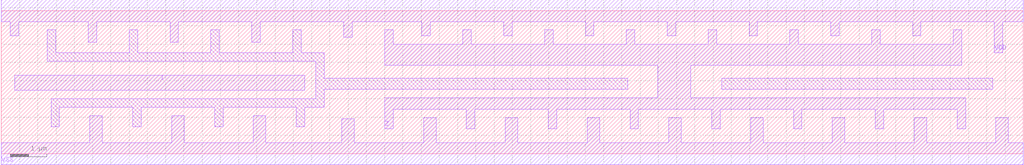
<source format=lef>
# Copyright 2022 GlobalFoundries PDK Authors
#
# Licensed under the Apache License, Version 2.0 (the "License");
# you may not use this file except in compliance with the License.
# You may obtain a copy of the License at
#
#      http://www.apache.org/licenses/LICENSE-2.0
#
# Unless required by applicable law or agreed to in writing, software
# distributed under the License is distributed on an "AS IS" BASIS,
# WITHOUT WARRANTIES OR CONDITIONS OF ANY KIND, either express or implied.
# See the License for the specific language governing permissions and
# limitations under the License.

MACRO gf180mcu_fd_sc_mcu7t5v0__clkbuf_16
  CLASS core ;
  FOREIGN gf180mcu_fd_sc_mcu7t5v0__clkbuf_16 0.0 0.0 ;
  ORIGIN 0 0 ;
  SYMMETRY X Y ;
  SITE GF018hv5v_mcu_sc7 ;
  SIZE 28 BY 3.92 ;
  PIN I
    DIRECTION INPUT ;
    ANTENNAGATEAREA 4.738 ;
    PORT
      LAYER METAL1 ;
        POLYGON 0.37 1.74 8.31 1.74 8.31 2.15 0.37 2.15  ;
    END
  END I
  PIN Z
    DIRECTION OUTPUT ;
    ANTENNADIFFAREA 8.0688 ;
    PORT
      LAYER METAL1 ;
        POLYGON 10.505 2.42 17.16 2.42 17.985 2.42 17.985 1.535 10.505 1.535 10.505 0.69 10.735 0.69 10.735 1.215 12.745 1.215 12.745 0.69 12.975 0.69 12.975 1.215 14.985 1.215 14.985 0.69 15.215 0.69 15.215 1.215 17.225 1.215 17.225 0.69 17.455 0.69 17.455 1.215 19.465 1.215 19.465 0.69 19.695 0.69 19.695 1.215 21.705 1.215 21.705 0.69 21.935 0.69 21.935 1.215 23.945 1.215 23.945 0.69 24.175 0.69 24.175 1.215 26.185 1.215 26.185 0.69 26.415 0.69 26.415 1.535 18.885 1.535 18.885 2.42 26.315 2.42 26.315 3.39 26.085 3.39 26.085 3 24.075 3 24.075 3.39 23.845 3.39 23.845 3 21.835 3 21.835 3.39 21.605 3.39 21.605 3 19.595 3 19.595 3.39 19.365 3.39 19.365 3 17.355 3 17.355 3.39 17.16 3.39 17.125 3.39 17.125 3 15.115 3 15.115 3.39 14.885 3.39 14.885 3 12.875 3 12.875 3.39 12.645 3.39 12.645 3 10.735 3 10.735 3.39 10.505 3.39  ;
    END
  END Z
  PIN VDD
    DIRECTION INOUT ;
    USE power ;
    SHAPE ABUTMENT ;
    PORT
      LAYER METAL1 ;
        POLYGON 0 3.62 0.245 3.62 0.245 3.23 0.475 3.23 0.475 3.62 2.385 3.62 2.385 3.05 2.615 3.05 2.615 3.62 4.625 3.62 4.625 3.05 4.855 3.05 4.855 3.62 6.865 3.62 6.865 3.05 7.095 3.05 7.095 3.62 9.385 3.62 9.385 3.19 9.615 3.19 9.615 3.62 11.525 3.62 11.525 3.23 11.755 3.23 11.755 3.62 13.765 3.62 13.765 3.23 13.995 3.23 13.995 3.62 16.005 3.62 16.005 3.23 16.235 3.23 16.235 3.62 17.16 3.62 18.245 3.62 18.245 3.23 18.475 3.23 18.475 3.62 20.485 3.62 20.485 3.23 20.715 3.23 20.715 3.62 22.725 3.62 22.725 3.23 22.955 3.23 22.955 3.62 24.965 3.62 24.965 3.23 25.195 3.23 25.195 3.62 27.16 3.62 27.205 3.62 27.205 2.76 27.435 2.76 27.435 3.62 28 3.62 28 4.22 27.16 4.22 17.16 4.22 0 4.22  ;
    END
  END VDD
  PIN VSS
    DIRECTION INOUT ;
    USE ground ;
    SHAPE ABUTMENT ;
    PORT
      LAYER METAL1 ;
        POLYGON 0 -0.3 28 -0.3 28 0.3 27.59 0.3 27.59 0.985 27.25 0.985 27.25 0.3 25.35 0.3 25.35 0.985 25.01 0.985 25.01 0.3 23.11 0.3 23.11 0.985 22.77 0.985 22.77 0.3 20.87 0.3 20.87 0.985 20.53 0.985 20.53 0.3 18.63 0.3 18.63 0.985 18.29 0.985 18.29 0.3 16.39 0.3 16.39 0.985 16.05 0.985 16.05 0.3 14.15 0.3 14.15 0.985 13.81 0.985 13.81 0.3 11.91 0.3 11.91 0.985 11.57 0.985 11.57 0.3 9.67 0.3 9.67 0.96 9.33 0.96 9.33 0.3 7.25 0.3 7.25 1.04 6.91 1.04 6.91 0.3 5.01 0.3 5.01 1.04 4.67 1.04 4.67 0.3 2.77 0.3 2.77 1.04 2.43 1.04 2.43 0.3 0 0.3  ;
    END
  END VSS
  OBS
      LAYER METAL1 ;
        POLYGON 1.265 2.53 8.62 2.53 8.62 1.5 1.365 1.5 1.365 0.74 1.595 0.74 1.595 1.27 3.605 1.27 3.605 0.74 3.835 0.74 3.835 1.27 5.845 1.27 5.845 0.74 6.075 0.74 6.075 1.27 8.085 1.27 8.085 0.74 8.315 0.74 8.315 1.27 8.85 1.27 8.85 1.765 17.16 1.765 17.16 2.065 8.85 2.065 8.85 2.76 8.215 2.76 8.215 3.39 7.985 3.39 7.985 2.76 5.975 2.76 5.975 3.39 5.745 3.39 5.745 2.76 3.735 2.76 3.735 3.39 3.505 3.39 3.505 2.76 1.495 2.76 1.495 3.39 1.265 3.39  ;
        POLYGON 19.74 1.765 27.16 1.765 27.16 2.065 19.74 2.065  ;
  END
END gf180mcu_fd_sc_mcu7t5v0__clkbuf_16

</source>
